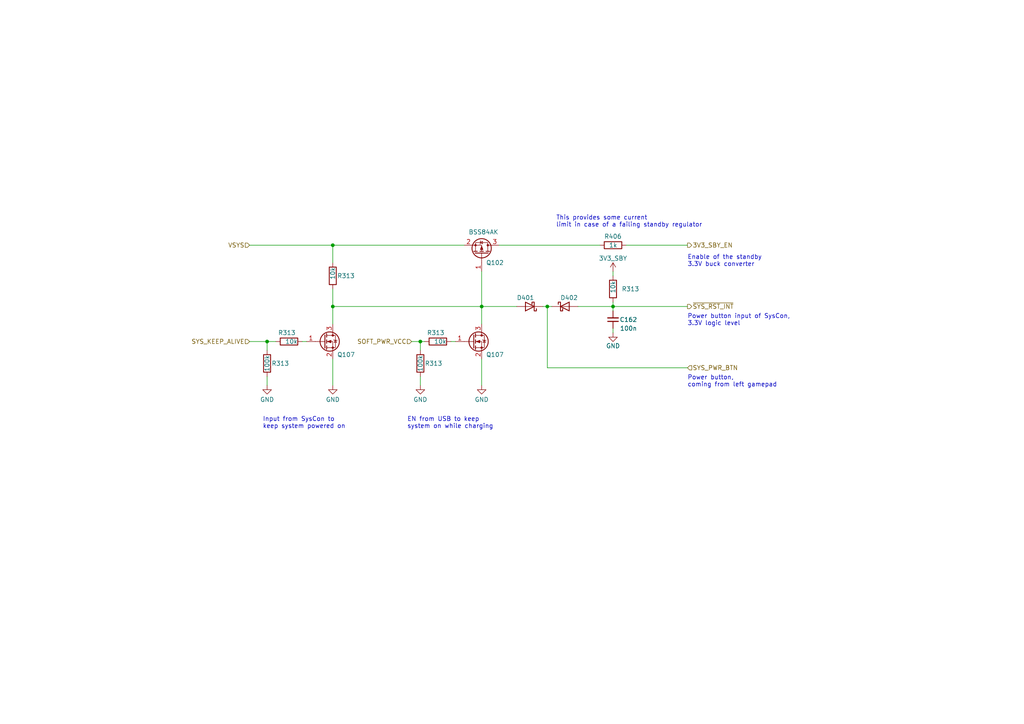
<source format=kicad_sch>
(kicad_sch (version 20230121) (generator eeschema)
  (paper "A4")
  (title_block (title "PS2 Soft Power Switch") (rev "0.3") (comment 5 "-a project by Tschicki"))
  (lib_symbols
    (symbol "PS2:3V5_SBY" (power) (pin_names (offset 0))
      (property "Value" "3V3_SBY" (at 0 3.556 0))
      (symbol "3V5_SBY_0_1"
        (polyline (pts (xy -0.762 1.27) (xy 0 2.54)))
        (polyline (pts (xy 0 0) (xy 0 2.54)))
        (polyline (pts (xy 0 2.54) (xy 0.762 1.27)))
      )
      (symbol "3V5_SBY_1_1"
        (pin power_in line (at 0 0 90) (length 0) hide (name "3V3_SBY") (number "1"))
      )
    )
    (symbol "PS2:BSS138-TP" (pin_names hide)
      (property "Reference" "Q" (at 5.08 1.905 0))
      (property "Value" "BSS138" (at 5.08 0 0))
      (symbol "BSS138-TP_0_1"
        (polyline (pts (xy 0.254 0) (xy -2.54 0)))
        (polyline (pts (xy 0.254 1.905) (xy 0.254 -1.905)) (stroke (width 0.254)))
        (polyline (pts (xy 0.762 -1.27) (xy 0.762 -2.286)) (stroke (width 0.254)))
        (polyline (pts (xy 0.762 0.508) (xy 0.762 -0.508)) (stroke (width 0.254)))
        (polyline (pts (xy 0.762 2.286) (xy 0.762 1.27)) (stroke (width 0.254)))
        (polyline (pts (xy 2.54 2.54) (xy 2.54 1.778)))
        (polyline (pts (xy 2.54 -2.54) (xy 2.54 0) (xy 0.762 0)))
        (polyline (pts (xy 0.762 -1.778) (xy 3.302 -1.778) (xy 3.302 1.778) (xy 0.762 1.778)))
        (polyline (pts (xy 1.016 0) (xy 2.032 0.381) (xy 2.032 -0.381) (xy 1.016 0)) (fill (type outline)))
        (polyline (pts (xy 2.794 0.508) (xy 2.921 0.381) (xy 3.683 0.381) (xy 3.81 0.254)))
        (polyline (pts (xy 3.302 0.381) (xy 2.921 -0.254) (xy 3.683 -0.254) (xy 3.302 0.381)))
        (circle (center 1.651 0) (radius 2.794) (stroke (width 0.254)))
        (circle (center 2.54 -1.778) (radius 0.254) (fill (type outline)))
        (circle (center 2.54 1.778) (radius 0.254) (fill (type outline)))
      )
      (symbol "BSS138-TP_1_1"
        (pin input line (at -5.08 0 0) (length 2.54) (name "G") (number "1"))
        (pin passive line (at 2.54 -5.08 90) (length 2.54) (name "S") (number "2"))
        (pin passive line (at 2.54 5.08 270) (length 2.54) (name "D") (number "3"))
      )
    )
    (symbol "PS2:BSS84AK" (pin_names hide)
      (property "Reference" "Q" (at 5.08 1.905 0))
      (property "Value" "BSS84AK" (at 5.08 0 0))
      (symbol "BSS84AK_0_1"
        (polyline (pts (xy 0.254 0) (xy -2.54 0)))
        (polyline (pts (xy 0.254 1.905) (xy 0.254 -1.905)) (stroke (width 0.254)))
        (polyline (pts (xy 0.762 -1.27) (xy 0.762 -2.286)) (stroke (width 0.254)))
        (polyline (pts (xy 0.762 0.508) (xy 0.762 -0.508)) (stroke (width 0.254)))
        (polyline (pts (xy 0.762 2.286) (xy 0.762 1.27)) (stroke (width 0.254)))
        (polyline (pts (xy 2.54 2.54) (xy 2.54 1.778)))
        (polyline (pts (xy 2.54 -2.54) (xy 2.54 0) (xy 0.762 0)))
        (polyline (pts (xy 0.762 1.778) (xy 3.302 1.778) (xy 3.302 -1.778) (xy 0.762 -1.778)))
        (polyline (pts (xy 2.286 0) (xy 1.27 0.381) (xy 1.27 -0.381) (xy 2.286 0)) (fill (type outline)))
        (polyline (pts (xy 2.794 -0.508) (xy 2.921 -0.381) (xy 3.683 -0.381) (xy 3.81 -0.254)))
        (polyline (pts (xy 3.302 -0.381) (xy 2.921 0.254) (xy 3.683 0.254) (xy 3.302 -0.381)))
        (circle (center 1.651 0) (radius 2.794) (stroke (width 0.254)))
        (circle (center 2.54 -1.778) (radius 0.254) (fill (type outline)))
        (circle (center 2.54 1.778) (radius 0.254) (fill (type outline)))
      )
      (symbol "BSS84AK_1_1"
        (pin input line (at -5.08 0 0) (length 2.54) (name "G") (number "1"))
        (pin passive line (at 2.54 -5.08 90) (length 2.54) (name "S") (number "2"))
        (pin passive line (at 2.54 5.08 270) (length 2.54) (name "D") (number "3"))
      )
    )
    (symbol "PS2:NSR0240P2" (pin_numbers hide) (pin_names (offset 1.016) hide)
      (property "Reference" "D" (at 0 2.54 0))
      (symbol "NSR0240P2_0_1"
        (polyline (pts (xy 1.27 0) (xy -1.27 0)))
        (polyline (pts (xy 1.27 1.27) (xy 1.27 -1.27) (xy -1.27 0) (xy 1.27 1.27)) (stroke (width 0.254)))
        (polyline (pts (xy -1.905 0.635) (xy -1.905 1.27) (xy -1.27 1.27) (xy -1.27 -1.27) (xy -0.635 -1.27) (xy -0.635 -0.635)) (stroke (width 0.254)))
      )
      (symbol "NSR0240P2_1_1"
        (pin passive line (at -3.81 0 0) (length 2.54) (name "K") (number "1"))
        (pin passive line (at 3.81 0 180) (length 2.54) (name "A") (number "2"))
      )
    )
    (symbol "PS2_Capacitors:C_100n_0402" (pin_numbers hide) (pin_names (offset 0.254) hide)
      (property "Reference" "C" (at 0.254 1.778 0))
      (property "Value" "100n" (at 0.254 -2.032 0))
      (symbol "C_100n_0402_0_1"
        (polyline (pts (xy -1.524 -0.508) (xy 1.524 -0.508)) (stroke (width 0.3302)))
        (polyline (pts (xy -1.524 0.508) (xy 1.524 0.508)) (stroke (width 0.3048)))
      )
      (symbol "C_100n_0402_1_1"
        (pin passive line (at 0 2.54 270) (length 2.032) (name "~") (number "1"))
        (pin passive line (at 0 -2.54 90) (length 2.032) (name "~") (number "2"))
      )
    )
    (symbol "PS2_Resistors:R_100k_0402" (pin_numbers hide) (pin_names (offset 0))
      (property "Reference" "R" (at 2.032 0 90))
      (property "Value" "100k" (at 0 0 90))
      (symbol "R_100k_0402_0_1"
        (rectangle (start -1.016 -2.54) (end 1.016 2.54) (stroke (width 0.254)))
      )
      (symbol "R_100k_0402_1_1"
        (pin passive line (at 0 3.81 270) (length 1.27) (name "~") (number "1"))
        (pin passive line (at 0 -3.81 90) (length 1.27) (name "~") (number "2"))
      )
    )
    (symbol "PS2_Resistors:R_10k_0402" (pin_numbers hide) (pin_names (offset 0))
      (property "Reference" "R" (at 2.032 0 90))
      (property "Value" "10k" (at 0 0 90))
      (symbol "R_10k_0402_0_1"
        (rectangle (start -1.016 -2.54) (end 1.016 2.54) (stroke (width 0.254)))
      )
      (symbol "R_10k_0402_1_1"
        (pin passive line (at 0 3.81 270) (length 1.27) (name "~") (number "1"))
        (pin passive line (at 0 -3.81 90) (length 1.27) (name "~") (number "2"))
      )
    )
    (symbol "PS2_Resistors:R_1k_0402" (pin_numbers hide) (pin_names (offset 0))
      (property "Reference" "R" (at 2.032 0 90))
      (property "Value" "1k" (at 0 0 90))
      (symbol "R_1k_0402_0_1"
        (rectangle (start -1.016 -2.54) (end 1.016 2.54) (stroke (width 0.254)))
      )
      (symbol "R_1k_0402_1_1"
        (pin passive line (at 0 3.81 270) (length 1.27) (name "~") (number "1"))
        (pin passive line (at 0 -3.81 90) (length 1.27) (name "~") (number "2"))
      )
    )
    (symbol "power:GND" (power) (pin_names (offset 0))
      (property "Value" "GND" (at 0 -3.81 0))
      (symbol "GND_0_1"
        (polyline (pts (xy 0 0) (xy 0 -1.27) (xy 1.27 -1.27) (xy 0 -2.54) (xy -1.27 -1.27) (xy 0 -1.27)))
      )
      (symbol "GND_1_1"
        (pin power_in line (at 0 0 270) (length 0) hide (name "GND") (number "1"))
      )
    )
  )
  (junction (at 177.8 88.9))
  (junction (at 96.52 88.9))
  (junction (at 96.52 71.12))
  (junction (at 158.75 88.9))
  (junction (at 77.47 99.06))
  (junction (at 121.92 99.06))
  (junction (at 139.7 88.9))
  (wire (pts (xy 72.39 71.12) (xy 96.52 71.12)))
  (wire (pts (xy 121.92 99.06) (xy 123.19 99.06)))
  (wire (pts (xy 96.52 88.9) (xy 139.7 88.9)))
  (wire (pts (xy 139.7 104.14) (xy 139.7 111.76)))
  (wire (pts (xy 96.52 76.2) (xy 96.52 71.12)))
  (wire (pts (xy 181.61 71.12) (xy 199.39 71.12)))
  (wire (pts (xy 96.52 104.14) (xy 96.52 111.76)))
  (wire (pts (xy 158.75 88.9) (xy 158.75 106.68)))
  (wire (pts (xy 77.47 99.06) (xy 77.47 101.6)))
  (wire (pts (xy 139.7 88.9) (xy 139.7 93.98)))
  (wire (pts (xy 119.38 99.06) (xy 121.92 99.06)))
  (wire (pts (xy 139.7 78.74) (xy 139.7 88.9)))
  (wire (pts (xy 158.75 88.9) (xy 160.02 88.9)))
  (wire (pts (xy 130.81 99.06) (xy 132.08 99.06)))
  (wire (pts (xy 96.52 71.12) (xy 134.62 71.12)))
  (wire (pts (xy 177.8 88.9) (xy 177.8 90.17)))
  (wire (pts (xy 121.92 111.76) (xy 121.92 109.22)))
  (wire (pts (xy 177.8 88.9) (xy 199.39 88.9)))
  (wire (pts (xy 158.75 106.68) (xy 199.39 106.68)))
  (wire (pts (xy 144.78 71.12) (xy 173.99 71.12)))
  (wire (pts (xy 121.92 99.06) (xy 121.92 101.6)))
  (wire (pts (xy 77.47 111.76) (xy 77.47 109.22)))
  (wire (pts (xy 96.52 93.98) (xy 96.52 88.9)))
  (wire (pts (xy 167.64 88.9) (xy 177.8 88.9)))
  (wire (pts (xy 96.52 83.82) (xy 96.52 88.9)))
  (wire (pts (xy 149.86 88.9) (xy 139.7 88.9)))
  (wire (pts (xy 157.48 88.9) (xy 158.75 88.9)))
  (wire (pts (xy 87.63 99.06) (xy 88.9 99.06)))
  (wire (pts (xy 177.8 78.74) (xy 177.8 80.01)))
  (wire (pts (xy 177.8 95.25) (xy 177.8 96.52)))
  (wire (pts (xy 72.39 99.06) (xy 77.47 99.06)))
  (wire (pts (xy 177.8 87.63) (xy 177.8 88.9)))
  (wire (pts (xy 77.47 99.06) (xy 80.01 99.06)))
  (text "Power button, \ncoming from left gamepad" (at 199.39 112.395 0) (effects (font (size 1.27 1.27)) (justify left bottom)))
  (text "Enable of the standby \n3.3V buck converter" (at 199.39 77.47 0) (effects (font (size 1.27 1.27)) (justify left bottom)))
  (text "This provides some current\nlimit in case of a failing standby regulator\n" (at 161.29 66.04 0) (effects (font (size 1.27 1.27)) (justify left bottom)))
  (text "EN from USB to keep \nsystem on while charging" (at 118.11 124.46 0) (effects (font (size 1.27 1.27)) (justify left bottom)))
  (text "Input from SysCon to \nkeep system powered on" (at 76.2 124.46 0) (effects (font (size 1.27 1.27)) (justify left bottom)))
  (text "Power button input of SysCon, \n3.3V logic level" (at 199.39 94.615 0) (effects (font (size 1.27 1.27)) (justify left bottom)))
  (hierarchical_label "VSYS" (shape input) (at 72.39 71.12 180))
  (hierarchical_label "SYS_PWR_BTN" (shape input) (at 199.39 106.68 0))
  (hierarchical_label "~{SYS_RST_INT}" (shape output) (at 199.39 88.9 0))
  (hierarchical_label "3V3_SBY_EN" (shape output) (at 199.39 71.12 0))
  (hierarchical_label "SOFT_PWR_VCC" (shape input) (at 119.38 99.06 180))
  (hierarchical_label "SYS_KEEP_ALIVE" (shape input) (at 72.39 99.06 180))
  (symbol (lib_id "PS2_Resistors:R_100k_0402") (at 121.92 105.41 180) (unit 1)
    (property "Reference" "R313" (at 123.19 105.41 0) (effects (justify right)))
    (property "Value" "100k" (at 121.92 105.41 90))
    (property "Footprint" "PS2:R_0402_1005Metric" (effects hide))
    (property "Part Number" "ERJ-U02F1003X" (effects hide))
    (instances (project "CM_Mainboard" (path "" (reference "R313") (unit 1))) (project "PS2_Power_Management_02" (path "" (reference "R132") (unit 1))) (project "PS2_BMIC" (path "" (reference "R103") (unit 1))) (project "PS2_79004_Rev_0_4" (path "" (reference "R404") (unit 1))))
  )
  (symbol (lib_id "PS2:BSS138-TP") (at 137.16 99.06 0) (unit 1)
    (property "Reference" "Q107" (at 140.97 102.87 0) (effects (justify left)))
    (property "Value" "DMN67D8L" (effects hide))
    (property "Footprint" "PS2:SOT-23" (effects hide))
    (property "Datasheet" "https://www.mccsemi.com/pdf/Products/BSS138(SOT-23).pdf" (effects hide))
    (property "Part Number" "BSS138-TP" (effects hide))
    (instances (project "PS2_Power_Management_02" (path "" (reference "Q107") (unit 1))) (project "PS2_79004_Rev_0_4" (path "" (reference "Q402") (unit 1))))
  )
  (symbol (lib_id "power:GND") (at 77.47 111.76 0) (unit 1)
    (property "Reference" "#PWR0169" (effects hide))
    (property "Value" "GND" (at 77.47 115.8955 0))
    (instances (project "PS2_Power_Management_02" (path "" (reference "#PWR0169") (unit 1))) (project "PS2_Power_Eval" (path "" (reference "#PWR0170") (unit 1))) (project "PS2_79004_Rev_0_4" (path "" (reference "#PWR0401") (unit 1))))
  )
  (symbol (lib_id "PS2_Resistors:R_10k_0402") (at 83.82 99.06 90) (unit 1)
    (property "Reference" "R313" (at 80.645 96.52 90) (effects (justify right)))
    (property "Value" "10k" (at 86.36 99.06 90) (effects (justify left)))
    (property "Footprint" "PS2:R_0402_1005Metric" (effects hide))
    (property "Part Number" "RC0402JR-0710KL" (effects hide))
    (instances (project "CM_Mainboard" (path "" (reference "R313") (unit 1))) (project "PS2_Power_Management_02" (path "" (reference "R103") (unit 1))) (project "PS2_BMIC" (path "" (reference "R103") (unit 1))) (project "PS2_79004_Rev_0_4" (path "" (reference "R402") (unit 1))))
  )
  (symbol (lib_id "power:GND") (at 121.92 111.76 0) (unit 1)
    (property "Reference" "#PWR0169" (effects hide))
    (property "Value" "GND" (at 121.92 115.8955 0))
    (instances (project "PS2_Power_Management_02" (path "" (reference "#PWR0169") (unit 1))) (project "PS2_Power_Eval" (path "" (reference "#PWR0170") (unit 1))) (project "PS2_79004_Rev_0_4" (path "" (reference "#PWR0403") (unit 1))))
  )
  (symbol (lib_id "power:GND") (at 96.52 111.76 0) (unit 1)
    (property "Reference" "#PWR0114" (effects hide))
    (property "Value" "GND" (at 96.52 115.8955 0))
    (instances (project "PS2_Power_Management_02" (path "" (reference "#PWR0114") (unit 1))) (project "PS2_Power_Eval" (path "" (reference "#PWR0170") (unit 1))) (project "PS2_79004_Rev_0_4" (path "" (reference "#PWR0402") (unit 1))))
  )
  (symbol (lib_id "PS2:3V5_SBY") (at 177.8 78.74 0) (unit 1)
    (property "Reference" "#PWR0113" (effects hide))
    (property "Value" "3V3_SBY" (at 177.8 74.93 0))
    (instances (project "PS2_Power_Management_02" (path "" (reference "#PWR0113") (unit 1))) (project "PS2_79004_Rev_0_4" (path "" (reference "#PWR0405") (unit 1))))
  )
  (symbol (lib_id "PS2:BSS84AK") (at 139.7 73.66 270) (mirror x) (unit 1)
    (property "Reference" "Q102" (at 140.97 76.2 90) (effects (justify left)))
    (property "Value" "BSS84AK" (at 135.89 67.31 90) (effects (justify left)))
    (property "Footprint" "PS2:SOT-23" (effects hide))
    (property "Datasheet" "https://assets.nexperia.com/documents/data-sheet/BSS84AK.pdf" (effects hide))
    (property "Part Number" "BSS84AK,215" (effects hide))
    (instances (project "PS2_Power_Management_02" (path "" (reference "Q102") (unit 1))) (project "PS2_79004_Rev_0_4" (path "" (reference "Q403") (unit 1))))
  )
  (symbol (lib_id "PS2:BSS138-TP") (at 93.98 99.06 0) (unit 1)
    (property "Reference" "Q107" (at 97.79 102.87 0) (effects (justify left)))
    (property "Value" "DMN67D8L" (effects hide))
    (property "Footprint" "PS2:SOT-23" (effects hide))
    (property "Datasheet" "https://www.mccsemi.com/pdf/Products/BSS138(SOT-23).pdf" (effects hide))
    (property "Part Number" "BSS138-TP" (effects hide))
    (instances (project "PS2_Power_Management_02" (path "" (reference "Q107") (unit 1))) (project "PS2_79004_Rev_0_4" (path "" (reference "Q401") (unit 1))))
  )
  (symbol (lib_id "power:GND") (at 139.7 111.76 0) (unit 1)
    (property "Reference" "#PWR0114" (effects hide))
    (property "Value" "GND" (at 139.7 115.8955 0))
    (instances (project "PS2_Power_Management_02" (path "" (reference "#PWR0114") (unit 1))) (project "PS2_Power_Eval" (path "" (reference "#PWR0170") (unit 1))) (project "PS2_79004_Rev_0_4" (path "" (reference "#PWR0404") (unit 1))))
  )
  (symbol (lib_id "PS2_Capacitors:C_100n_0402") (at 177.8 92.71 0) (mirror x) (unit 1)
    (property "Reference" "C162" (at 179.705 92.71 0) (effects (justify left)))
    (property "Value" "100n" (at 184.785 95.25 0) (effects (justify right)))
    (property "Footprint" "PS2:C_0402_1005Metric" (effects hide))
    (property "Datasheet" "https://www.mouser.at/datasheet/2/447/UPY_NP0X5R_01005_4V_to_25V_V10-3003057.pdf" (effects hide))
    (property "Part Number" "CC0402KRX7R7BB104" (effects hide))
    (instances (project "PS2_Power_Management_02" (path "" (reference "C162") (unit 1))) (project "PS2_BMIC" (path "" (reference "C112") (unit 1))) (project "Power_in" (path "" (reference "C412") (unit 1))) (project "PS2_79004_Rev_0_4" (path "" (reference "C401") (unit 1))))
  )
  (symbol (lib_id "PS2_Resistors:R_10k_0402") (at 177.8 83.82 0) (unit 1)
    (property "Reference" "R313" (at 185.42 83.82 0) (effects (justify right)))
    (property "Value" "10k" (at 177.8 85.09 90) (effects (justify left)))
    (property "Footprint" "PS2:R_0402_1005Metric" (effects hide))
    (property "Part Number" "RC0402JR-0710KL" (effects hide))
    (instances (project "CM_Mainboard" (path "" (reference "R313") (unit 1))) (project "PS2_Power_Management_02" (path "" (reference "R104") (unit 1))) (project "PS2_BMIC" (path "" (reference "R103") (unit 1))) (project "PS2_79004_Rev_0_4" (path "" (reference "R407") (unit 1))))
  )
  (symbol (lib_id "PS2_Resistors:R_1k_0402") (at 177.8 71.12 270) (unit 1)
    (property "Reference" "R406" (at 180.34 68.58 90) (effects (justify right)))
    (property "Value" "1k" (at 179.07 71.12 90) (effects (justify right)))
    (property "Footprint" "PS2:R_0402_1005Metric" (effects hide))
    (property "Part Number" "RC0402FR-071KL" (effects hide))
  )
  (symbol (lib_id "PS2_Resistors:R_100k_0402") (at 77.47 105.41 180) (unit 1)
    (property "Reference" "R313" (at 78.74 105.41 0) (effects (justify right)))
    (property "Value" "100k" (at 77.47 105.41 90))
    (property "Footprint" "PS2:R_0402_1005Metric" (effects hide))
    (property "Part Number" "ERJ-U02F1003X" (effects hide))
    (instances (project "CM_Mainboard" (path "" (reference "R313") (unit 1))) (project "PS2_Power_Management_02" (path "" (reference "R132") (unit 1))) (project "PS2_BMIC" (path "" (reference "R103") (unit 1))) (project "PS2_79004_Rev_0_4" (path "" (reference "R401") (unit 1))))
  )
  (symbol (lib_id "PS2:NSR0240P2") (at 163.83 88.9 0) (unit 1)
    (property "Reference" "D402" (at 167.64 86.36 0) (effects (justify right)))
    (property "Value" "D_Schottky" (effects hide))
    (property "Footprint" "PS2:SOD-923_0P6X0P85_ONS" (effects hide))
    (property "Part Number" "NSR0240P2T5G" (effects hide))
  )
  (symbol (lib_id "power:GND") (at 177.8 96.52 0) (unit 1)
    (property "Reference" "#PWR0214" (effects hide))
    (property "Value" "GND" (at 177.8 100.33 0))
    (instances (project "PS2_Power_Management_02" (path "" (reference "#PWR0214") (unit 1))) (project "PS2_Power_Eval" (path "" (reference "#PWR0170") (unit 1))) (project "PS2_79004_Rev_0_4" (path "" (reference "#PWR0406") (unit 1))))
  )
  (symbol (lib_id "PS2:NSR0240P2") (at 153.67 88.9 180) (unit 1)
    (property "Reference" "D401" (at 149.86 86.36 0) (effects (justify right)))
    (property "Value" "D_Schottky" (effects hide))
    (property "Footprint" "PS2:SOD-923_0P6X0P85_ONS" (effects hide))
    (property "Part Number" "NSR0240P2T5G" (effects hide))
  )
  (symbol (lib_id "PS2_Resistors:R_10k_0402") (at 96.52 80.01 180) (unit 1)
    (property "Reference" "R313" (at 97.79 80.01 0) (effects (justify right)))
    (property "Value" "10k" (at 96.52 77.47 90) (effects (justify left)))
    (property "Footprint" "PS2:R_0402_1005Metric" (effects hide))
    (property "Part Number" "RC0402JR-0710KL" (effects hide))
    (instances (project "CM_Mainboard" (path "" (reference "R313") (unit 1))) (project "PS2_Power_Management_02" (path "" (reference "R105") (unit 1))) (project "PS2_BMIC" (path "" (reference "R103") (unit 1))) (project "PS2_79004_Rev_0_4" (path "" (reference "R403") (unit 1))))
  )
  (symbol (lib_id "PS2_Resistors:R_10k_0402") (at 127 99.06 90) (unit 1)
    (property "Reference" "R313" (at 123.825 96.52 90) (effects (justify right)))
    (property "Value" "10k" (at 129.54 99.06 90) (effects (justify left)))
    (property "Footprint" "PS2:R_0402_1005Metric" (effects hide))
    (property "Part Number" "RC0402JR-0710KL" (effects hide))
    (instances (project "CM_Mainboard" (path "" (reference "R313") (unit 1))) (project "PS2_Power_Management_02" (path "" (reference "R103") (unit 1))) (project "PS2_BMIC" (path "" (reference "R103") (unit 1))) (project "PS2_79004_Rev_0_4" (path "" (reference "R405") (unit 1))))
  )
)
</source>
